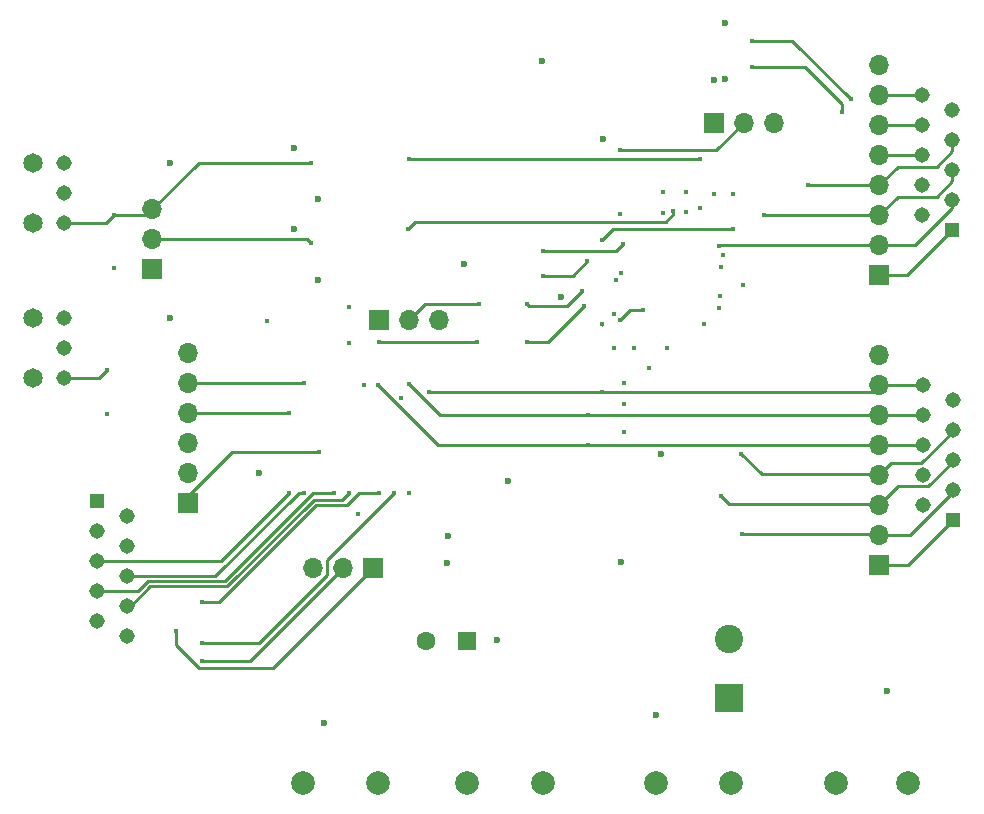
<source format=gbr>
G04 #@! TF.GenerationSoftware,KiCad,Pcbnew,(5.1.9-0-10_14)*
G04 #@! TF.CreationDate,2021-04-11T13:29:02+02:00*
G04 #@! TF.ProjectId,dac,6461632e-6b69-4636-9164-5f7063625858,rev?*
G04 #@! TF.SameCoordinates,Original*
G04 #@! TF.FileFunction,Copper,L3,Inr*
G04 #@! TF.FilePolarity,Positive*
%FSLAX46Y46*%
G04 Gerber Fmt 4.6, Leading zero omitted, Abs format (unit mm)*
G04 Created by KiCad (PCBNEW (5.1.9-0-10_14)) date 2021-04-11 13:29:02*
%MOMM*%
%LPD*%
G01*
G04 APERTURE LIST*
G04 #@! TA.AperFunction,ComponentPad*
%ADD10C,1.308000*%
G04 #@! TD*
G04 #@! TA.AperFunction,ComponentPad*
%ADD11C,1.650000*%
G04 #@! TD*
G04 #@! TA.AperFunction,ComponentPad*
%ADD12O,1.700000X1.700000*%
G04 #@! TD*
G04 #@! TA.AperFunction,ComponentPad*
%ADD13R,1.700000X1.700000*%
G04 #@! TD*
G04 #@! TA.AperFunction,ComponentPad*
%ADD14C,2.000000*%
G04 #@! TD*
G04 #@! TA.AperFunction,ComponentPad*
%ADD15R,1.308000X1.308000*%
G04 #@! TD*
G04 #@! TA.AperFunction,ComponentPad*
%ADD16C,1.600000*%
G04 #@! TD*
G04 #@! TA.AperFunction,ComponentPad*
%ADD17R,1.600000X1.600000*%
G04 #@! TD*
G04 #@! TA.AperFunction,ComponentPad*
%ADD18C,2.400000*%
G04 #@! TD*
G04 #@! TA.AperFunction,ComponentPad*
%ADD19R,2.400000X2.400000*%
G04 #@! TD*
G04 #@! TA.AperFunction,ViaPad*
%ADD20C,0.450000*%
G04 #@! TD*
G04 #@! TA.AperFunction,ViaPad*
%ADD21C,0.600000*%
G04 #@! TD*
G04 #@! TA.AperFunction,Conductor*
%ADD22C,0.250000*%
G04 #@! TD*
G04 APERTURE END LIST*
D10*
X115025000Y-83185000D03*
X115025000Y-85725000D03*
X115025000Y-88265000D03*
D11*
X112395000Y-88265000D03*
X112395000Y-83185000D03*
D10*
X115025000Y-70104000D03*
X115025000Y-72644000D03*
X115025000Y-75184000D03*
D11*
X112395000Y-75184000D03*
X112395000Y-70104000D03*
D12*
X136080500Y-104394000D03*
X138620500Y-104394000D03*
D13*
X141160500Y-104394000D03*
D14*
X171450000Y-122555000D03*
X165100000Y-122555000D03*
D15*
X190246000Y-100266500D03*
D10*
X187706000Y-98996500D03*
X190246000Y-97726500D03*
X187706000Y-96456500D03*
X190246000Y-95186500D03*
X187706000Y-93916500D03*
X190246000Y-92646500D03*
X187706000Y-91376500D03*
X190246000Y-90106500D03*
X187706000Y-88836500D03*
D12*
X184023000Y-86296500D03*
X184023000Y-88836500D03*
X184023000Y-91376500D03*
X184023000Y-93916500D03*
X184023000Y-96456500D03*
X184023000Y-98996500D03*
X184023000Y-101536500D03*
D13*
X184023000Y-104076500D03*
D12*
X175107600Y-66649600D03*
X172567600Y-66649600D03*
D13*
X170027600Y-66649600D03*
D12*
X122491500Y-73977500D03*
X122491500Y-76517500D03*
D13*
X122491500Y-79057500D03*
D12*
X184023000Y-61785500D03*
X184023000Y-64325500D03*
X184023000Y-66865500D03*
X184023000Y-69405500D03*
X184023000Y-71945500D03*
X184023000Y-74485500D03*
X184023000Y-77025500D03*
D13*
X184023000Y-79565500D03*
D12*
X146748500Y-83375500D03*
X144208500Y-83375500D03*
D13*
X141668500Y-83375500D03*
D15*
X117792500Y-98679000D03*
D10*
X120332500Y-99949000D03*
X117792500Y-101219000D03*
X120332500Y-102489000D03*
X117792500Y-103759000D03*
X120332500Y-105029000D03*
X117792500Y-106299000D03*
X120332500Y-107569000D03*
X117792500Y-108839000D03*
X120332500Y-110109000D03*
D15*
X190224000Y-75755500D03*
D10*
X187684000Y-74485500D03*
X190224000Y-73215500D03*
X187684000Y-71945500D03*
X190224000Y-70675500D03*
X187684000Y-69405500D03*
X190224000Y-68135500D03*
X187684000Y-66865500D03*
X190224000Y-65595500D03*
X187684000Y-64325500D03*
D16*
X145661500Y-110553500D03*
D17*
X149161500Y-110553500D03*
D12*
X125476000Y-86156800D03*
X125476000Y-88696800D03*
X125476000Y-91236800D03*
X125476000Y-93776800D03*
X125476000Y-96316800D03*
D13*
X125476000Y-98856800D03*
D14*
X180340000Y-122555000D03*
X186436000Y-122555000D03*
X141605000Y-122555000D03*
X149098000Y-122555000D03*
X155575000Y-122555000D03*
X135255000Y-122555000D03*
D18*
X171323000Y-110379500D03*
D19*
X171323000Y-115379500D03*
D20*
X165709600Y-72542400D03*
X165735000Y-74295000D03*
X164566600Y-87401400D03*
D21*
X170992800Y-58216800D03*
X136550400Y-73152000D03*
X136550400Y-79959200D03*
X157124400Y-81432400D03*
X131508500Y-96329500D03*
X152579000Y-96976000D03*
D20*
X166096000Y-85770400D03*
X172491400Y-80391000D03*
X162411400Y-88693000D03*
X162411400Y-92815400D03*
X162411400Y-90465900D03*
D21*
X155445800Y-61470200D03*
X148844000Y-78587600D03*
X160629600Y-68072000D03*
X170977600Y-63007200D03*
X134518400Y-75641200D03*
X134518400Y-68783200D03*
D20*
X132160000Y-83422500D03*
X139874000Y-99838500D03*
D21*
X147510500Y-101663500D03*
D20*
X159258000Y-78412000D03*
X155600400Y-79603600D03*
X155600400Y-77520800D03*
X162306000Y-76962000D03*
D21*
X184658000Y-114808000D03*
X165100000Y-116840000D03*
D20*
X135331200Y-88696800D03*
X134061200Y-91236800D03*
X136601200Y-94538800D03*
X159385000Y-91376500D03*
X150114000Y-81978500D03*
X144221200Y-88798400D03*
X159385000Y-93916500D03*
X149987000Y-85217000D03*
X141668500Y-85217000D03*
X141630400Y-88849200D03*
D21*
X165544500Y-94678500D03*
D20*
X162204400Y-79400400D03*
X167690800Y-74218800D03*
X167690800Y-72491600D03*
X163271200Y-85699600D03*
X161747200Y-79959200D03*
X161571002Y-82854800D03*
X161594800Y-85750400D03*
X160528000Y-83718400D03*
X140411200Y-88849200D03*
X145948400Y-89458800D03*
X160528000Y-89458800D03*
X154228800Y-85242400D03*
X159054800Y-82194400D03*
X158902400Y-80873600D03*
X154178000Y-81991200D03*
X170484800Y-77063600D03*
X170827765Y-77884800D03*
X174269400Y-74498200D03*
X177977800Y-71958200D03*
X170611800Y-78862000D03*
X162115500Y-74422000D03*
X162111164Y-68981662D03*
X160528000Y-76581000D03*
X171653200Y-75641200D03*
X171653200Y-72694800D03*
X169189400Y-83693000D03*
X172440600Y-101523800D03*
X170611800Y-98272600D03*
X170459400Y-82372200D03*
X170510200Y-81322199D03*
X172339000Y-94716600D03*
D21*
X170027600Y-63042800D03*
D20*
X181610000Y-64668400D03*
X173228000Y-59740800D03*
X162119800Y-83362800D03*
X170027600Y-72694800D03*
X164033200Y-82550000D03*
X180898800Y-65735200D03*
X173228000Y-61925200D03*
X168859200Y-73914000D03*
X168859200Y-69697600D03*
X144221200Y-69697600D03*
X166573200Y-74117200D03*
X144170400Y-75641200D03*
X139128500Y-97980500D03*
X137843498Y-97995502D03*
X139128500Y-85344000D03*
X139128500Y-82296000D03*
X135318500Y-97980500D03*
X134048500Y-97980500D03*
X118681500Y-91313000D03*
X119253000Y-78994000D03*
X126682500Y-107274010D03*
X141668500Y-97980500D03*
X144208500Y-98044000D03*
X124523500Y-109728000D03*
X143573500Y-89979500D03*
X126682500Y-112268000D03*
X126682500Y-110680500D03*
X142938500Y-98044000D03*
D21*
X147433000Y-103963500D03*
X162179000Y-103822500D03*
X151638000Y-110490000D03*
X137033000Y-117475000D03*
D20*
X135890000Y-70053200D03*
X119253000Y-74498200D03*
X135890000Y-76860400D03*
X118681500Y-87566500D03*
D21*
X123952000Y-70104000D03*
X123952000Y-83210400D03*
D22*
X158066400Y-79603600D02*
X155600400Y-79603600D01*
X159258000Y-78412000D02*
X158066400Y-79603600D01*
X161747200Y-77520800D02*
X162306000Y-76962000D01*
X155600400Y-77520800D02*
X161747200Y-77520800D01*
X135331200Y-88696800D02*
X125476000Y-88696800D01*
X134061200Y-91236800D02*
X125476000Y-91236800D01*
X125476000Y-98856800D02*
X125476000Y-98298000D01*
X129235200Y-94538800D02*
X136601200Y-94538800D01*
X125476000Y-98298000D02*
X129235200Y-94538800D01*
X177990500Y-91376500D02*
X159385000Y-91376500D01*
X145605500Y-81978500D02*
X150114000Y-81978500D01*
X144208500Y-83375500D02*
X145605500Y-81978500D01*
X184023000Y-66865500D02*
X187684000Y-66865500D01*
X184023000Y-91376500D02*
X187706000Y-91376500D01*
X177990500Y-91376500D02*
X184023000Y-91376500D01*
X146799300Y-91376500D02*
X144221200Y-88798400D01*
X159385000Y-91376500D02*
X146799300Y-91376500D01*
X177990500Y-93916500D02*
X159385000Y-93916500D01*
X149987000Y-85217000D02*
X141668500Y-85217000D01*
X184023000Y-69405500D02*
X187684000Y-69405500D01*
X184023000Y-93916500D02*
X187706000Y-93916500D01*
X177990500Y-93916500D02*
X184023000Y-93916500D01*
X146697700Y-93916500D02*
X141630400Y-88849200D01*
X159385000Y-93916500D02*
X146697700Y-93916500D01*
X160528000Y-83820000D02*
X160528000Y-83718400D01*
X183400700Y-89458800D02*
X184023000Y-88836500D01*
X160528000Y-89458800D02*
X183400700Y-89458800D01*
X145948400Y-89458800D02*
X160528000Y-89458800D01*
X184023000Y-64325500D02*
X187684000Y-64325500D01*
X184023000Y-88836500D02*
X187706000Y-88836500D01*
X155803600Y-85242400D02*
X154228800Y-85242400D01*
X156006800Y-85242400D02*
X155803600Y-85242400D01*
X159054800Y-82194400D02*
X156006800Y-85242400D01*
X157584801Y-82191199D02*
X158902400Y-80873600D01*
X154377999Y-82191199D02*
X157584801Y-82191199D01*
X154178000Y-81991200D02*
X154377999Y-82191199D01*
X187060998Y-77025500D02*
X190224000Y-73862498D01*
X190224000Y-73862498D02*
X190224000Y-73215500D01*
X184023000Y-77025500D02*
X187060998Y-77025500D01*
X184010300Y-77038200D02*
X184023000Y-77025500D01*
X170522900Y-77025500D02*
X170484800Y-77063600D01*
X184023000Y-77025500D02*
X170522900Y-77025500D01*
X190224000Y-71600395D02*
X190224000Y-70675500D01*
X185583999Y-72924501D02*
X188899894Y-72924501D01*
X188899894Y-72924501D02*
X190224000Y-71600395D01*
X184023000Y-74485500D02*
X185583999Y-72924501D01*
X184010300Y-74498200D02*
X184023000Y-74485500D01*
X174269400Y-74498200D02*
X184010300Y-74498200D01*
X190224000Y-69060395D02*
X190224000Y-68135500D01*
X188899894Y-70384501D02*
X190224000Y-69060395D01*
X185583999Y-70384501D02*
X188899894Y-70384501D01*
X184023000Y-71945500D02*
X185583999Y-70384501D01*
X184010300Y-71958200D02*
X184023000Y-71945500D01*
X177977800Y-71958200D02*
X184010300Y-71958200D01*
X170235538Y-68981662D02*
X162111164Y-68981662D01*
X172567600Y-66649600D02*
X170235538Y-68981662D01*
X161467800Y-75641200D02*
X171653200Y-75641200D01*
X160528000Y-76581000D02*
X161467800Y-75641200D01*
X190246000Y-97905422D02*
X190246000Y-97726500D01*
X186614922Y-101536500D02*
X190246000Y-97905422D01*
X184023000Y-101536500D02*
X186614922Y-101536500D01*
X183768002Y-101536500D02*
X184023000Y-101536500D01*
X183755302Y-101523800D02*
X183768002Y-101536500D01*
X172440600Y-101523800D02*
X183755302Y-101523800D01*
X188175921Y-97435501D02*
X190246000Y-95365422D01*
X185583999Y-97435501D02*
X188175921Y-97435501D01*
X190246000Y-95365422D02*
X190246000Y-95186500D01*
X184023000Y-98996500D02*
X185583999Y-97435501D01*
X184010300Y-98983800D02*
X184023000Y-98996500D01*
X171323000Y-98983800D02*
X184010300Y-98983800D01*
X170611800Y-98272600D02*
X171323000Y-98983800D01*
X190246000Y-92825422D02*
X190246000Y-92646500D01*
X187593923Y-95477499D02*
X190246000Y-92825422D01*
X185002001Y-95477499D02*
X187593923Y-95477499D01*
X184023000Y-96456500D02*
X185002001Y-95477499D01*
X184010300Y-96443800D02*
X184023000Y-96456500D01*
X174066200Y-96443800D02*
X184010300Y-96443800D01*
X172339000Y-94716600D02*
X174066200Y-96443800D01*
X186414000Y-79565500D02*
X190224000Y-75755500D01*
X184023000Y-79565500D02*
X186414000Y-79565500D01*
X181610000Y-64668400D02*
X176733200Y-59791600D01*
X176682400Y-59740800D02*
X173228000Y-59740800D01*
X176733200Y-59791600D02*
X176682400Y-59740800D01*
X162932600Y-82550000D02*
X162119800Y-83362800D01*
X164033200Y-82550000D02*
X162932600Y-82550000D01*
X186436000Y-104076500D02*
X190246000Y-100266500D01*
X184023000Y-104076500D02*
X186436000Y-104076500D01*
X180898800Y-65735200D02*
X180898800Y-65074800D01*
X177749200Y-61925200D02*
X173228000Y-61925200D01*
X180898800Y-65074800D02*
X177749200Y-61925200D01*
X168859200Y-69697600D02*
X144221200Y-69697600D01*
X144762999Y-75048601D02*
X144170400Y-75641200D01*
X165961601Y-75048601D02*
X144762999Y-75048601D01*
X166573200Y-74437002D02*
X165961601Y-75048601D01*
X166573200Y-74117200D02*
X166573200Y-74437002D01*
X120332500Y-107569000D02*
X120651410Y-107569000D01*
X122291392Y-105929018D02*
X128820394Y-105929018D01*
X120651410Y-107569000D02*
X122291392Y-105929018D01*
X139128500Y-97980500D02*
X138530294Y-98578706D01*
X136170706Y-98578706D02*
X128820394Y-105929018D01*
X138530294Y-98578706D02*
X136170706Y-98578706D01*
X136117500Y-97995502D02*
X137843498Y-97995502D01*
X128633993Y-105479009D02*
X136117500Y-97995502D01*
X121285000Y-106299000D02*
X122104990Y-105479010D01*
X122104990Y-105479010D02*
X128633993Y-105479009D01*
X117792500Y-106299000D02*
X121285000Y-106299000D01*
X134862502Y-97980500D02*
X135318500Y-97980500D01*
X127814002Y-105029000D02*
X134862502Y-97980500D01*
X120332500Y-105029000D02*
X127814002Y-105029000D01*
X128270000Y-103759000D02*
X134048500Y-97980500D01*
X117792500Y-103759000D02*
X128270000Y-103759000D01*
X141668500Y-97980500D02*
X140017500Y-97980500D01*
X140017500Y-97980500D02*
X138969284Y-99028716D01*
X128111812Y-107274010D02*
X126682500Y-107274010D01*
X136357106Y-99028716D02*
X128111812Y-107274010D01*
X138969284Y-99028716D02*
X136357106Y-99028716D01*
X126418499Y-112818001D02*
X132736499Y-112818001D01*
X124523500Y-110923002D02*
X126418499Y-112818001D01*
X132736499Y-112818001D02*
X141160500Y-104394000D01*
X124523500Y-109728000D02*
X124523500Y-110923002D01*
X130746500Y-112268000D02*
X138620500Y-104394000D01*
X126682500Y-112268000D02*
X130746500Y-112268000D01*
X137255501Y-104958001D02*
X137255501Y-103726999D01*
X131533002Y-110680500D02*
X137255501Y-104958001D01*
X137255501Y-103726999D02*
X142938500Y-98044000D01*
X126682500Y-110680500D02*
X131533002Y-110680500D01*
X126415800Y-70053200D02*
X122491500Y-73977500D01*
X135890000Y-70053200D02*
X126415800Y-70053200D01*
X118567200Y-75184000D02*
X119253000Y-74498200D01*
X115025000Y-75184000D02*
X118567200Y-75184000D01*
X121970800Y-74498200D02*
X122491500Y-73977500D01*
X119253000Y-74498200D02*
X121970800Y-74498200D01*
X135547100Y-76517500D02*
X135890000Y-76860400D01*
X122491500Y-76517500D02*
X135547100Y-76517500D01*
X117983000Y-88265000D02*
X118681500Y-87566500D01*
X115025000Y-88265000D02*
X117983000Y-88265000D01*
M02*

</source>
